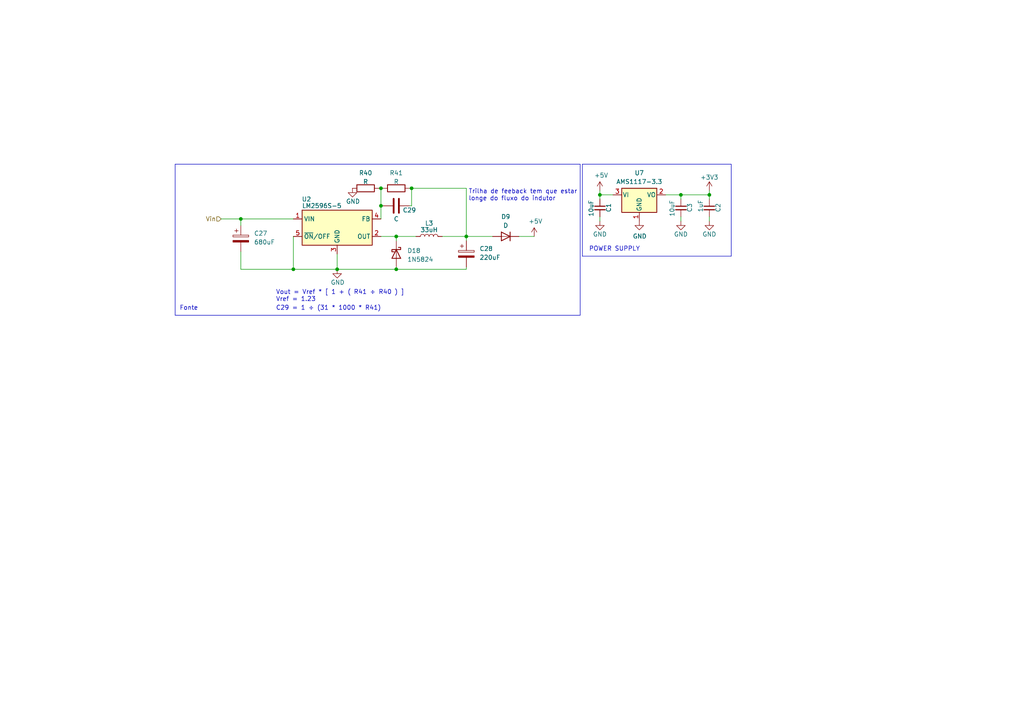
<source format=kicad_sch>
(kicad_sch (version 20230121) (generator eeschema)
  (paper "A4")
  (title_block (title "Controlador Compressor") (date "2023-03-07") (rev "1") (company "Linear Compressores") (comment 1 "Autor: Ícaro Fernando"))
  (lib_symbols
    (symbol "Device:C" (pin_numbers hide) (pin_names (offset 0.254))
      (property "Reference" "C" (at 0.635 2.54 0))
      (property "Value" "C" (at 0.635 -2.54 0))
      (symbol "C_0_1"
        (polyline (pts (xy -2.032 -0.762) (xy 2.032 -0.762)) (stroke (width 0.508)))
        (polyline (pts (xy -2.032 0.762) (xy 2.032 0.762)) (stroke (width 0.508)))
      )
      (symbol "C_1_1"
        (pin passive line (at 0 3.81 270) (length 2.794) (name "~") (number "1"))
        (pin passive line (at 0 -3.81 90) (length 2.794) (name "~") (number "2"))
      )
    )
    (symbol "Device:C_Polarized" (pin_numbers hide) (pin_names (offset 0.254))
      (property "Reference" "C" (at 0.635 2.54 0))
      (property "Value" "C_Polarized" (at 0.635 -2.54 0))
      (symbol "C_Polarized_0_1"
        (rectangle (start -2.286 0.508) (end 2.286 1.016))
        (polyline (pts (xy -1.778 2.286) (xy -0.762 2.286)))
        (polyline (pts (xy -1.27 2.794) (xy -1.27 1.778)))
        (rectangle (start 2.286 -0.508) (end -2.286 -1.016) (fill (type outline)))
      )
      (symbol "C_Polarized_1_1"
        (pin passive line (at 0 3.81 270) (length 2.794) (name "~") (number "1"))
        (pin passive line (at 0 -3.81 90) (length 2.794) (name "~") (number "2"))
      )
    )
    (symbol "Device:D" (pin_numbers hide) (pin_names (offset 1.016) hide)
      (property "Reference" "D" (at 0 2.54 0))
      (property "Value" "D" (at 0 -2.54 0))
      (symbol "D_0_1"
        (polyline (pts (xy -1.27 1.27) (xy -1.27 -1.27)) (stroke (width 0.254)))
        (polyline (pts (xy 1.27 0) (xy -1.27 0)))
        (polyline (pts (xy 1.27 1.27) (xy 1.27 -1.27) (xy -1.27 0) (xy 1.27 1.27)) (stroke (width 0.254)))
      )
      (symbol "D_1_1"
        (pin passive line (at -3.81 0 0) (length 2.54) (name "K") (number "1"))
        (pin passive line (at 3.81 0 180) (length 2.54) (name "A") (number "2"))
      )
    )
    (symbol "Device:D_Schottky" (pin_numbers hide) (pin_names (offset 1.016) hide)
      (property "Reference" "D" (at 0 2.54 0))
      (property "Value" "D_Schottky" (at 0 -2.54 0))
      (symbol "D_Schottky_0_1"
        (polyline (pts (xy 1.27 0) (xy -1.27 0)))
        (polyline (pts (xy 1.27 1.27) (xy 1.27 -1.27) (xy -1.27 0) (xy 1.27 1.27)) (stroke (width 0.254)))
        (polyline (pts (xy -1.905 0.635) (xy -1.905 1.27) (xy -1.27 1.27) (xy -1.27 -1.27) (xy -0.635 -1.27) (xy -0.635 -0.635)) (stroke (width 0.254)))
      )
      (symbol "D_Schottky_1_1"
        (pin passive line (at -3.81 0 0) (length 2.54) (name "K") (number "1"))
        (pin passive line (at 3.81 0 180) (length 2.54) (name "A") (number "2"))
      )
    )
    (symbol "Device:L" (pin_numbers hide) (pin_names (offset 1.016) hide)
      (property "Reference" "L" (at -1.27 0 90))
      (property "Value" "L" (at 1.905 0 90))
      (symbol "L_0_1"
        (arc (start 0 -2.54) (mid 0.6323 -1.905) (end 0 -1.27))
        (arc (start 0 -1.27) (mid 0.6323 -0.635) (end 0 0))
        (arc (start 0 0) (mid 0.6323 0.635) (end 0 1.27))
        (arc (start 0 1.27) (mid 0.6323 1.905) (end 0 2.54))
      )
      (symbol "L_1_1"
        (pin passive line (at 0 3.81 270) (length 1.27) (name "1") (number "1"))
        (pin passive line (at 0 -3.81 90) (length 1.27) (name "2") (number "2"))
      )
    )
    (symbol "Device:R" (pin_numbers hide) (pin_names (offset 0))
      (property "Reference" "R" (at 2.032 0 90))
      (property "Value" "R" (at 0 0 90))
      (symbol "R_0_1"
        (rectangle (start -1.016 -2.54) (end 1.016 2.54) (stroke (width 0.254)))
      )
      (symbol "R_1_1"
        (pin passive line (at 0 3.81 270) (length 1.27) (name "~") (number "1"))
        (pin passive line (at 0 -3.81 90) (length 1.27) (name "~") (number "2"))
      )
    )
    (symbol "Industronic_v_0.1-rescue:+3V3-power" (power) (pin_names (offset 0))
      (property "Value" "+3V3-power" (at 0 3.556 0))
      (symbol "+3V3-power_0_1"
        (polyline (pts (xy -0.762 1.27) (xy 0 2.54)))
        (polyline (pts (xy 0 0) (xy 0 2.54)))
        (polyline (pts (xy 0 2.54) (xy 0.762 1.27)))
      )
      (symbol "+3V3-power_1_1"
        (pin power_in line (at 0 0 90) (length 0) hide (name "+3V3") (number "1"))
      )
    )
    (symbol "Industronic_v_0.1-rescue:C_Small-Device" (pin_numbers hide) (pin_names (offset 0.254) hide)
      (property "Reference" "C" (at 0.254 1.778 0))
      (property "Value" "C_Small-Device" (at 0.254 -2.032 0))
      (symbol "C_Small-Device_0_1"
        (polyline (pts (xy -1.524 -0.508) (xy 1.524 -0.508)) (stroke (width 0.3302)))
        (polyline (pts (xy -1.524 0.508) (xy 1.524 0.508)) (stroke (width 0.3048)))
      )
      (symbol "C_Small-Device_1_1"
        (pin passive line (at 0 2.54 270) (length 2.032) (name "~") (number "1"))
        (pin passive line (at 0 -2.54 90) (length 2.032) (name "~") (number "2"))
      )
    )
    (symbol "Industronic_v_0.1-rescue:GND-power" (power) (pin_names (offset 0))
      (property "Value" "GND-power" (at 0 -3.81 0))
      (symbol "GND-power_0_1"
        (polyline (pts (xy 0 0) (xy 0 -1.27) (xy 1.27 -1.27) (xy 0 -2.54) (xy -1.27 -1.27) (xy 0 -1.27)))
      )
      (symbol "GND-power_1_1"
        (pin power_in line (at 0 0 270) (length 0) hide (name "GND") (number "1"))
      )
    )
    (symbol "Regulator_Linear:AMS1117-3.3" (pin_names (offset 0.254))
      (property "Reference" "U" (at -3.81 3.175 0))
      (property "Value" "AMS1117-3.3" (at 0 3.175 0))
      (symbol "AMS1117-3.3_0_1"
        (rectangle (start -5.08 -5.08) (end 5.08 1.905) (stroke (width 0.254)) (fill (type background)))
      )
      (symbol "AMS1117-3.3_1_1"
        (pin power_in line (at 0 -7.62 90) (length 2.54) (name "GND") (number "1"))
        (pin power_out line (at 7.62 0 180) (length 2.54) (name "VO") (number "2"))
        (pin power_in line (at -7.62 0 0) (length 2.54) (name "VI") (number "3"))
      )
    )
    (symbol "Regulator_Switching:LM2596S-5"
      (property "Reference" "U" (at -10.16 6.35 0))
      (property "Value" "LM2596S-5" (at 0 6.35 0))
      (symbol "LM2596S-5_0_1"
        (rectangle (start -10.16 5.08) (end 10.16 -5.08) (stroke (width 0.254)) (fill (type background)))
      )
      (symbol "LM2596S-5_1_1"
        (pin power_in line (at -12.7 2.54 0) (length 2.54) (name "VIN") (number "1"))
        (pin output line (at 12.7 -2.54 180) (length 2.54) (name "OUT") (number "2"))
        (pin power_in line (at 0 -7.62 90) (length 2.54) (name "GND") (number "3"))
        (pin input line (at 12.7 2.54 180) (length 2.54) (name "FB") (number "4"))
        (pin input line (at -12.7 -2.54 0) (length 2.54) (name "~{ON}/OFF") (number "5"))
      )
    )
    (symbol "power:+5V" (power) (pin_names (offset 0))
      (property "Value" "+5V" (at 0 3.556 0))
      (symbol "+5V_0_1"
        (polyline (pts (xy -0.762 1.27) (xy 0 2.54)))
        (polyline (pts (xy 0 0) (xy 0 2.54)))
        (polyline (pts (xy 0 2.54) (xy 0.762 1.27)))
      )
      (symbol "+5V_1_1"
        (pin power_in line (at 0 0 90) (length 0) hide (name "+5V") (number "1"))
      )
    )
    (symbol "power:GND" (power) (pin_names (offset 0))
      (property "Value" "GND" (at 0 -3.81 0))
      (symbol "GND_0_1"
        (polyline (pts (xy 0 0) (xy 0 -1.27) (xy 1.27 -1.27) (xy 0 -2.54) (xy -1.27 -1.27) (xy 0 -1.27)))
      )
      (symbol "GND_1_1"
        (pin power_in line (at 0 0 270) (length 0) hide (name "GND") (number "1"))
      )
    )
  )
  (junction (at 85.09 78.105))
  (junction (at 197.485 56.515))
  (junction (at 114.935 78.105))
  (junction (at 69.85 63.5))
  (junction (at 135.255 68.58))
  (junction (at 205.74 56.515))
  (junction (at 114.935 68.58))
  (junction (at 110.49 54.61))
  (junction (at 119.38 54.61))
  (junction (at 173.99 56.515))
  (junction (at 110.49 59.69))
  (junction (at 97.79 78.105))
  (wire (pts (xy 135.255 69.85) (xy 135.255 68.58)))
  (wire (pts (xy 119.38 54.61) (xy 118.745 54.61)))
  (polyline (pts (xy 168.275 91.44) (xy 50.8 91.44)))
  (wire (pts (xy 97.79 78.105) (xy 97.79 73.66)))
  (wire (pts (xy 85.09 78.105) (xy 69.85 78.105)))
  (wire (pts (xy 150.495 68.58) (xy 154.94 68.58)))
  (wire (pts (xy 69.85 63.5) (xy 85.09 63.5)))
  (polyline (pts (xy 168.275 47.625) (xy 168.275 91.44)))
  (wire (pts (xy 85.09 68.58) (xy 85.09 78.105)))
  (polyline (pts (xy 50.8 47.625) (xy 50.8 91.44)))
  (wire (pts (xy 197.485 56.515) (xy 205.74 56.515)))
  (polyline (pts (xy 212.09 47.625) (xy 168.91 47.625)))
  (wire (pts (xy 114.935 69.85) (xy 114.935 68.58)))
  (wire (pts (xy 118.745 59.69) (xy 119.38 59.69)))
  (wire (pts (xy 135.255 68.58) (xy 128.27 68.58)))
  (wire (pts (xy 197.485 56.515) (xy 197.485 57.785)))
  (wire (pts (xy 205.74 64.135) (xy 205.74 62.865)))
  (wire (pts (xy 114.935 77.47) (xy 114.935 78.105)))
  (wire (pts (xy 173.99 56.515) (xy 177.8 56.515)))
  (wire (pts (xy 119.38 54.61) (xy 119.38 59.69)))
  (wire (pts (xy 64.135 63.5) (xy 69.85 63.5)))
  (wire (pts (xy 135.255 68.58) (xy 142.875 68.58)))
  (wire (pts (xy 114.935 78.105) (xy 97.79 78.105)))
  (wire (pts (xy 135.255 54.61) (xy 119.38 54.61)))
  (wire (pts (xy 173.99 64.135) (xy 173.99 62.865)))
  (wire (pts (xy 114.935 68.58) (xy 110.49 68.58)))
  (polyline (pts (xy 212.09 74.295) (xy 212.09 47.625)))
  (wire (pts (xy 173.99 55.245) (xy 173.99 56.515)))
  (wire (pts (xy 69.85 78.105) (xy 69.85 73.025)))
  (wire (pts (xy 69.85 65.405) (xy 69.85 63.5)))
  (wire (pts (xy 97.79 78.105) (xy 85.09 78.105)))
  (wire (pts (xy 110.49 54.61) (xy 110.49 59.69)))
  (wire (pts (xy 205.74 57.785) (xy 205.74 56.515)))
  (polyline (pts (xy 168.91 47.625) (xy 168.91 74.295)))
  (wire (pts (xy 197.485 64.135) (xy 197.485 62.865)))
  (wire (pts (xy 173.99 56.515) (xy 173.99 57.785)))
  (polyline (pts (xy 50.8 47.625) (xy 168.275 47.625)))
  (wire (pts (xy 110.49 59.69) (xy 111.125 59.69)))
  (polyline (pts (xy 212.09 74.295) (xy 168.91 74.295)))
  (wire (pts (xy 109.855 54.61) (xy 110.49 54.61)))
  (wire (pts (xy 135.255 78.105) (xy 135.255 77.47)))
  (wire (pts (xy 205.74 55.245) (xy 205.74 56.515)))
  (wire (pts (xy 135.255 54.61) (xy 135.255 68.58)))
  (wire (pts (xy 110.49 63.5) (xy 110.49 59.69)))
  (wire (pts (xy 110.49 54.61) (xy 111.125 54.61)))
  (wire (pts (xy 193.04 56.515) (xy 197.485 56.515)))
  (wire (pts (xy 114.935 78.105) (xy 135.255 78.105)))
  (wire (pts (xy 120.65 68.58) (xy 114.935 68.58)))
  (text "C29 = 1 ÷ (31 * 1000 * R41)" (at 80.01 90.17 0) (effects (font (size 1.27 1.27)) (justify left bottom)))
  (text "Fonte\n" (at 52.07 90.17 0) (effects (font (size 1.27 1.27)) (justify left bottom)))
  (text "Trilha de feeback tem que estar \nlonge do fluxo do indutor" (at 135.89 58.42 0) (effects (font (size 1.27 1.27)) (justify left bottom)))
  (text "POWER SUPPLY" (at 170.815 73.025 0) (effects (font (size 1.27 1.27)) (justify left bottom)))
  (text "Vout = Vref * [ 1 + ( R41 ÷ R40 ) ] \nVref = 1.23" (at 80.01 87.63 0) (effects (font (size 1.27 1.27)) (justify left bottom)))
  (hierarchical_label "Vin" (shape input) (at 64.135 63.5 180))
  (symbol (lib_id "Device:C") (at 114.935 59.69 270) (unit 1)
    (property "Reference" "C29" (at 118.745 60.96 90))
    (property "Value" "C" (at 114.935 63.5 90))
  )
  (symbol (lib_id "Industronic_v_0.1-rescue:GND-power") (at 197.485 64.135 0) (unit 1)
    (property "Reference" "#PWR0107" (effects hide))
    (property "Value" "GND" (at 197.485 67.945 0))
    (instances (project "Controle_receptor" (path "" (reference "#PWR0107") (unit 1))) (project "Controlador-Compressor" (path "" (reference "#PWR032") (unit 1)) (path "" (reference "#PWR032") (unit 1))))
  )
  (symbol (lib_id "Regulator_Linear:AMS1117-3.3") (at 185.42 56.515 0) (unit 1)
    (property "Reference" "U7" (at 185.42 50.165 0))
    (property "Value" "AMS1117-3.3" (at 185.42 52.705 0))
    (property "Footprint" "Package_TO_SOT_SMD:SOT-223-3_TabPin2" (effects hide))
    (property "Datasheet" "http://www.advanced-monolithic.com/pdf/ds1117.pdf" (effects hide))
    (instances (project "Controle_receptor" (path "" (reference "U7") (unit 1))) (project "Controlador-Compressor" (path "" (reference "U8") (unit 1)) (path "" (reference "U8") (unit 1))))
  )
  (symbol (lib_id "Device:C_Polarized") (at 69.85 69.215 0) (unit 1)
    (property "Reference" "C27" (at 73.66 67.691 0) (effects (justify left)))
    (property "Value" "680uF" (at 73.66 70.231 0) (effects (justify left)))
  )
  (symbol (lib_id "Industronic_v_0.1-rescue:GND-power") (at 173.99 64.135 0) (unit 1)
    (property "Reference" "#PWR0110" (effects hide))
    (property "Value" "GND" (at 173.99 67.945 0))
    (instances (project "Controle_receptor" (path "" (reference "#PWR0110") (unit 1))) (project "Controlador-Compressor" (path "" (reference "#PWR028") (unit 1)) (path "" (reference "#PWR028") (unit 1))))
  )
  (symbol (lib_id "power:+5V") (at 154.94 68.58 0) (unit 1)
    (property "Reference" "#PWR0111" (effects hide))
    (property "Value" "+5V" (at 155.321 64.1858 0))
    (instances (project "Controle_receptor" (path "" (reference "#PWR0111") (unit 1))) (project "Controlador-Compressor" (path "" (reference "#PWR027") (unit 1)) (path "" (reference "#PWR013") (unit 1))))
  )
  (symbol (lib_id "Device:C_Polarized") (at 135.255 73.66 0) (unit 1)
    (property "Reference" "C28" (at 139.065 72.136 0) (effects (justify left)))
    (property "Value" "220uF" (at 139.065 74.676 0) (effects (justify left)))
  )
  (symbol (lib_id "Device:R") (at 106.045 54.61 270) (unit 1)
    (property "Reference" "R40" (at 106.045 50.165 90))
    (property "Value" "R" (at 106.045 52.705 90))
  )
  (symbol (lib_id "Industronic_v_0.1-rescue:C_Small-Device") (at 173.99 60.325 0) (unit 1)
    (property "Reference" "C1" (at 176.53 61.595 90) (effects (justify left)))
    (property "Value" "10uF" (at 171.45 62.865 90) (effects (justify left)))
    (property "Footprint" "Capacitor_SMD:C_0603_1608Metric_Pad1.08x0.95mm_HandSolder" (effects hide))
    (property "LCSC-PN" "C15525" (effects hide))
    (property "MPN" "CL05A106MQ5NUNC" (effects hide))
    (property "Manufacturer" "Samsung Electro-Mechanics" (effects hide))
    (property "LCSC-stock" "C15525" (effects hide))
  )
  (symbol (lib_id "power:GND") (at 97.79 78.105 0) (mirror y) (unit 1)
    (property "Reference" "#PWR0114" (effects hide))
    (property "Value" "GND" (at 95.885 81.915 0) (effects (justify right)))
    (instances (project "Controle_receptor" (path "" (reference "#PWR0114") (unit 1))) (project "Controlador-Compressor" (path "" (reference "#PWR026") (unit 1)) (path "" (reference "#PWR010") (unit 1))))
  )
  (symbol (lib_id "Industronic_v_0.1-rescue:C_Small-Device") (at 205.74 60.325 0) (unit 1)
    (property "Reference" "C2" (at 208.28 61.595 90) (effects (justify left)))
    (property "Value" "1uF" (at 203.2 61.595 90) (effects (justify left)))
    (property "Footprint" "Capacitor_SMD:C_0603_1608Metric_Pad1.08x0.95mm_HandSolder" (effects hide))
    (property "LCSC-PN" "C52923" (effects hide))
    (property "MPN" "CL05A105KA5NQNC" (effects hide))
    (property "Manufacturer" "Samsung Electro-Mechanics" (effects hide))
    (property "LCSC-stock" "C29266" (effects hide))
  )
  (symbol (lib_id "Device:D_Schottky") (at 114.935 73.66 270) (unit 1)
    (property "Reference" "D18" (at 118.11 72.7075 90) (effects (justify left)))
    (property "Value" "1N5824" (at 118.11 75.2475 90) (effects (justify left)))
  )
  (symbol (lib_id "Industronic_v_0.1-rescue:GND-power") (at 205.74 64.135 0) (unit 1)
    (property "Reference" "#PWR0115" (effects hide))
    (property "Value" "GND" (at 205.74 67.945 0))
    (instances (project "Controle_receptor" (path "" (reference "#PWR0115") (unit 1))) (project "Controlador-Compressor" (path "" (reference "#PWR030") (unit 1)) (path "" (reference "#PWR014") (unit 1))))
  )
  (symbol (lib_id "power:+5V") (at 173.99 55.245 0) (unit 1)
    (property "Reference" "#PWR0111" (effects hide))
    (property "Value" "+5V" (at 174.371 50.8508 0))
    (instances (project "Controle_receptor" (path "" (reference "#PWR0111") (unit 1))) (project "Controlador-Compressor" (path "" (reference "#PWR027") (unit 1)) (path "" (reference "#PWR027") (unit 1))))
  )
  (symbol (lib_id "Device:L") (at 124.46 68.58 90) (unit 1)
    (property "Reference" "L3" (at 124.46 64.77 90))
    (property "Value" "33uH" (at 124.46 66.675 90))
  )
  (symbol (lib_id "Regulator_Switching:LM2596S-5") (at 97.79 66.04 0) (unit 1)
    (property "Reference" "U2" (at 88.9 57.785 0))
    (property "Value" "LM2596S-5" (at 93.345 59.69 0))
    (property "Footprint" "Package_TO_SOT_SMD:TO-263-5_TabPin3" (effects hide))
    (property "Datasheet" "http://www.ti.com/lit/ds/symlink/lm2596.pdf" (effects hide))
  )
  (symbol (lib_id "Industronic_v_0.1-rescue:GND-power") (at 185.42 64.135 0) (unit 1)
    (property "Reference" "#PWR0109" (effects hide))
    (property "Value" "GND" (at 185.547 68.5292 0))
    (instances (project "Controle_receptor" (path "" (reference "#PWR0109") (unit 1))) (project "Controlador-Compressor" (path "" (reference "#PWR029") (unit 1)) (path "" (reference "#PWR029") (unit 1))))
  )
  (symbol (lib_id "power:GND") (at 102.235 54.61 0) (mirror y) (unit 1)
    (property "Reference" "#PWR0114" (effects hide))
    (property "Value" "GND" (at 100.33 58.42 0) (effects (justify right)))
    (instances (project "Controle_receptor" (path "" (reference "#PWR0114") (unit 1))) (project "Controlador-Compressor" (path "" (reference "#PWR026") (unit 1)) (path "" (reference "#PWR012") (unit 1))))
  )
  (symbol (lib_id "Industronic_v_0.1-rescue:C_Small-Device") (at 197.485 60.325 0) (unit 1)
    (property "Reference" "C3" (at 200.025 61.595 90) (effects (justify left)))
    (property "Value" "10uF" (at 194.945 62.865 90) (effects (justify left)))
    (property "Footprint" "Capacitor_SMD:C_0603_1608Metric_Pad1.08x0.95mm_HandSolder" (effects hide))
    (property "LCSC-PN" "C15525" (effects hide))
    (property "MPN" "CL05A106MQ5NUNC" (effects hide))
    (property "Manufacturer" "Samsung Electro-Mechanics" (effects hide))
    (property "LCSC-stock" "C15525" (effects hide))
  )
  (symbol (lib_id "Industronic_v_0.1-rescue:+3V3-power") (at 205.74 55.245 0) (unit 1)
    (property "Reference" "#PWR0108" (effects hide))
    (property "Value" "+3V3" (at 205.74 51.435 0))
    (instances (project "Controle_receptor" (path "" (reference "#PWR0108") (unit 1))) (project "Controlador-Compressor" (path "" (reference "#PWR031") (unit 1)) (path "" (reference "#PWR031") (unit 1))))
  )
  (symbol (lib_id "Device:R") (at 114.935 54.61 90) (unit 1)
    (property "Reference" "R41" (at 114.935 50.165 90))
    (property "Value" "R" (at 114.935 52.705 90))
  )
  (symbol (lib_id "Device:D") (at 146.685 68.58 0) (mirror y) (unit 1)
    (property "Reference" "D9" (at 146.685 62.865 0))
    (property "Value" "D" (at 146.685 65.405 0))
    (property "Sim.Device" "D" (effects hide))
    (property "Sim.Pins" "1=K 2=A" (effects hide))
  )
)
</source>
